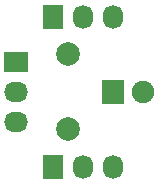
<source format=gbr>
G04 #@! TF.FileFunction,Soldermask,Bot*
%FSLAX46Y46*%
G04 Gerber Fmt 4.6, Leading zero omitted, Abs format (unit mm)*
G04 Created by KiCad (PCBNEW (2015-08-15 BZR 6092)-product) date 2/18/2016 8:20:52 PM*
%MOMM*%
G01*
G04 APERTURE LIST*
%ADD10C,0.100000*%
%ADD11O,1.727200X2.032000*%
%ADD12R,1.727200X2.032000*%
%ADD13C,1.998980*%
%ADD14R,1.900000X2.000000*%
%ADD15C,1.900000*%
%ADD16R,2.032000X1.727200*%
%ADD17O,2.032000X1.727200*%
G04 APERTURE END LIST*
D10*
D11*
X142240000Y-102870000D03*
X139700000Y-102870000D03*
D12*
X137160000Y-102870000D03*
X137160000Y-90170000D03*
D11*
X139700000Y-90170000D03*
X142240000Y-90170000D03*
D13*
X138430000Y-99695000D03*
X138430000Y-93345000D03*
D14*
X142240000Y-96520000D03*
D15*
X144780000Y-96520000D03*
D16*
X134000000Y-94000000D03*
D17*
X134000000Y-96540000D03*
X134000000Y-99080000D03*
M02*

</source>
